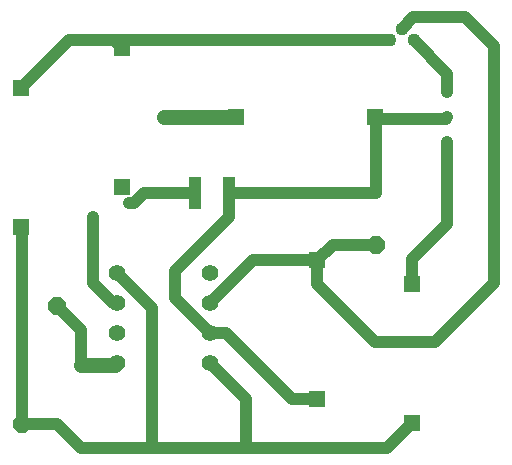
<source format=gbr>
G04 EAGLE Gerber RS-274X export*
G75*
%MOMM*%
%FSLAX34Y34*%
%LPD*%
%INTop Copper*%
%IPPOS*%
%AMOC8*
5,1,8,0,0,1.08239X$1,22.5*%
G01*
G04 Define Apertures*
%ADD10R,1.069700X2.770200*%
%ADD11R,1.430000X1.430000*%
%ADD12C,1.108000*%
%ADD13C,1.413300*%
%ADD14C,1.008000*%
%ADD15P,1.64956X8X22.5*%
%ADD16C,1.016000*%
%ADD17C,1.056400*%
%ADD18C,1.270000*%
D10*
X176903Y235600D03*
X205497Y235600D03*
D11*
X360000Y41200D03*
X360000Y158800D03*
X211200Y300000D03*
X328800Y300000D03*
X280000Y61200D03*
X280000Y178800D03*
X29600Y207000D03*
X29600Y324600D03*
X114700Y241300D03*
X114700Y358900D03*
D12*
X361700Y365000D03*
X341700Y365000D03*
X351700Y375000D03*
D13*
X110650Y168100D03*
X110650Y142700D03*
X110650Y117300D03*
X110650Y91900D03*
X189350Y91900D03*
X189350Y117300D03*
X189350Y142700D03*
X189350Y168100D03*
D14*
X390000Y300000D03*
X390000Y321000D03*
X390000Y279000D03*
D15*
X330000Y192220D03*
X60000Y140000D03*
X30000Y40000D03*
D16*
X189350Y142700D02*
X225450Y178800D01*
X280000Y158800D02*
X328800Y110000D01*
X380000Y110000D01*
X430000Y160000D01*
X430000Y360000D01*
X405240Y384760D01*
X361460Y384760D01*
X351700Y375000D01*
X330000Y192220D02*
X293420Y192220D01*
X280000Y178800D02*
X225450Y178800D01*
X280000Y178800D02*
X293420Y192220D01*
X280000Y178800D02*
X280000Y158800D01*
X202700Y117300D02*
X189350Y117300D01*
X202700Y117300D02*
X258800Y61200D01*
X330000Y298800D02*
X328800Y300000D01*
X330000Y298800D02*
X330000Y235600D01*
X189350Y117300D02*
X160000Y146650D01*
X160000Y170000D01*
X205497Y215497D01*
X205497Y235600D01*
X330000Y235600D01*
X388800Y298800D02*
X390000Y300000D01*
X388800Y298800D02*
X330000Y298800D01*
X280000Y61200D02*
X258800Y61200D01*
X140000Y138750D02*
X110650Y168100D01*
X140000Y138750D02*
X140000Y20000D01*
X189350Y91900D02*
X220000Y61250D01*
X220000Y20000D01*
X30400Y40400D02*
X30000Y40000D01*
X30400Y206200D02*
X29600Y207000D01*
X30400Y206200D02*
X30400Y40400D01*
X338800Y20000D02*
X360000Y41200D01*
X338800Y20000D02*
X220000Y20000D01*
X140000Y20000D01*
X80000Y20000D01*
X60000Y40000D01*
X30000Y40000D01*
X110000Y365000D02*
X341700Y365000D01*
X110000Y365000D02*
X70000Y365000D01*
X110000Y363600D02*
X114700Y358900D01*
X110000Y363600D02*
X110000Y365000D01*
X70000Y365000D02*
X29600Y324600D01*
X90000Y215800D02*
X90000Y160000D01*
X107300Y142700D01*
X110650Y142700D01*
X120800Y227346D02*
X125185Y227346D01*
X133439Y235600D02*
X176903Y235600D01*
X133439Y235600D02*
X125185Y227346D01*
X361700Y365000D02*
X390000Y336700D01*
X390000Y321000D01*
X390000Y279000D02*
X390000Y210000D01*
X360000Y180000D01*
X360000Y158800D01*
D17*
X80000Y90000D03*
D18*
X108750Y90000D02*
X110650Y91900D01*
X108750Y90000D02*
X80000Y90000D01*
D17*
X150000Y300000D03*
D18*
X211200Y300000D01*
D16*
X60000Y140000D02*
X80000Y120000D01*
X80000Y90000D01*
M02*

</source>
